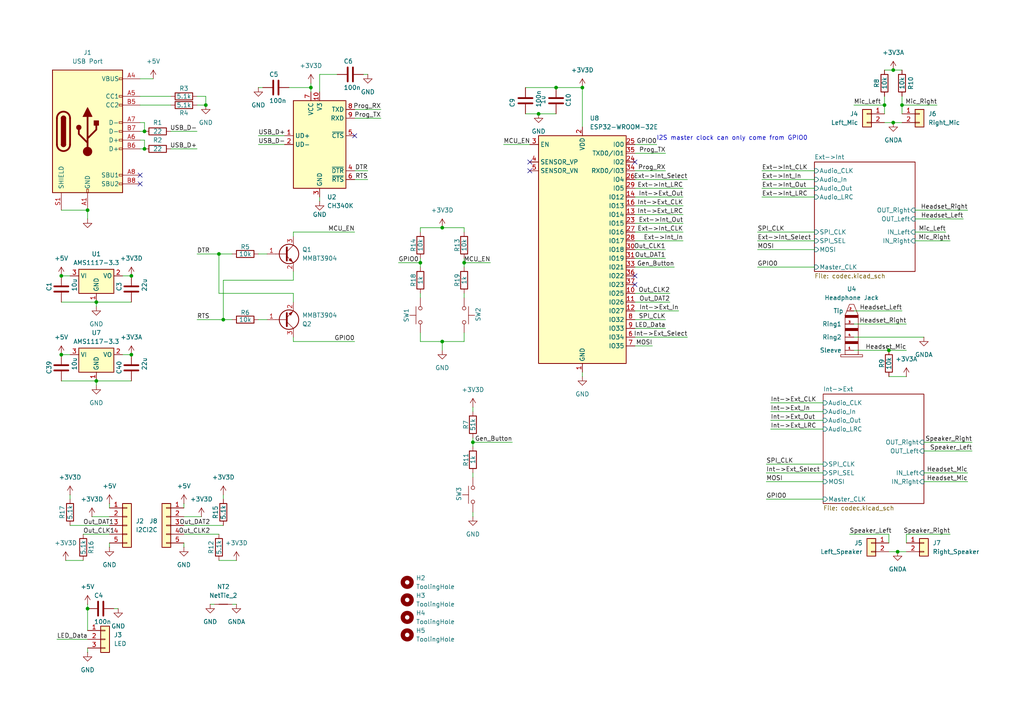
<source format=kicad_sch>
(kicad_sch (version 20250114) (generator "eeschema") (generator_version "9.0")
  (paper "A4")
  (lib_symbols
    (symbol "Connector:USB_C_Receptacle_USB2.0_16P" (pin_names (offset 1.016))
      (property "Reference" "J" (at 0 22.225 0))
      (property "Value" "USB_C_Receptacle_USB2.0_16P" (at 0 19.685 0))
      (symbol "USB_C_Receptacle_USB2.0_16P_1_1"
        (pin passive line (at -7.62 -22.86 90) (length 5.08) (name "SHIELD") (number "S1"))
        (pin passive line (at 0 -22.86 90) (length 5.08) (name "GND") (number "A1"))
        (pin passive line (at 0 -22.86 90) (length 5.08) (hide yes) (name "GND") (number "A12"))
        (pin passive line (at 0 -22.86 90) (length 5.08) (hide yes) (name "GND") (number "B1"))
        (pin passive line (at 0 -22.86 90) (length 5.08) (hide yes) (name "GND") (number "B12"))
        (pin passive line (at 15.24 15.24 180) (length 5.08) (name "VBUS") (number "A4"))
        (pin passive line (at 15.24 15.24 180) (length 5.08) (hide yes) (name "VBUS") (number "A9"))
        (pin passive line (at 15.24 15.24 180) (length 5.08) (hide yes) (name "VBUS") (number "B4"))
        (pin passive line (at 15.24 15.24 180) (length 5.08) (hide yes) (name "VBUS") (number "B9"))
        (pin bidirectional line (at 15.24 10.16 180) (length 5.08) (name "CC1") (number "A5"))
        (pin bidirectional line (at 15.24 7.62 180) (length 5.08) (name "CC2") (number "B5"))
        (pin bidirectional line (at 15.24 2.54 180) (length 5.08) (name "D-") (number "A7"))
        (pin bidirectional line (at 15.24 0 180) (length 5.08) (name "D-") (number "B7"))
        (pin bidirectional line (at 15.24 -2.54 180) (length 5.08) (name "D+") (number "A6"))
        (pin bidirectional line (at 15.24 -5.08 180) (length 5.08) (name "D+") (number "B6"))
        (pin bidirectional line (at 15.24 -12.7 180) (length 5.08) (name "SBU1") (number "A8"))
        (pin bidirectional line (at 15.24 -15.24 180) (length 5.08) (name "SBU2") (number "B8"))
      )
    )
    (symbol "Connector_Generic:Conn_01x02" (pin_names (offset 1.016) (hide yes))
      (property "Reference" "J" (at 0 2.54 0))
      (property "Value" "Conn_01x02" (at 0 -5.08 0))
      (symbol "Conn_01x02_1_1"
        (pin passive line (at -5.08 0 0) (length 3.81) (name "Pin_1") (number "1"))
        (pin passive line (at -5.08 -2.54 0) (length 3.81) (name "Pin_2") (number "2"))
      )
    )
    (symbol "Connector_Generic:Conn_01x03" (pin_names (offset 1.016) (hide yes))
      (property "Reference" "J" (at 0 5.08 0))
      (property "Value" "Conn_01x03" (at 0 -5.08 0))
      (symbol "Conn_01x03_1_1"
        (pin passive line (at -5.08 2.54 0) (length 3.81) (name "Pin_1") (number "1"))
        (pin passive line (at -5.08 0 0) (length 3.81) (name "Pin_2") (number "2"))
        (pin passive line (at -5.08 -2.54 0) (length 3.81) (name "Pin_3") (number "3"))
      )
    )
    (symbol "Connector_Generic:Conn_01x05" (pin_names (offset 1.016) (hide yes))
      (property "Reference" "J" (at 0 7.62 0))
      (property "Value" "Conn_01x05" (at 0 -7.62 0))
      (symbol "Conn_01x05_1_1"
        (pin passive line (at -5.08 5.08 0) (length 3.81) (name "Pin_1") (number "1"))
        (pin passive line (at -5.08 2.54 0) (length 3.81) (name "Pin_2") (number "2"))
        (pin passive line (at -5.08 0 0) (length 3.81) (name "Pin_3") (number "3"))
        (pin passive line (at -5.08 -2.54 0) (length 3.81) (name "Pin_4") (number "4"))
        (pin passive line (at -5.08 -5.08 0) (length 3.81) (name "Pin_5") (number "5"))
      )
    )
    (symbol "Device:C" (pin_numbers (hide yes)) (pin_names (offset 0.254))
      (property "Reference" "C" (at 0.635 2.54 0))
      (property "Value" "C" (at 0.635 -2.54 0))
      (symbol "C_1_1"
        (pin passive line (at 0 3.81 270) (length 2.794) (name "~") (number "1"))
        (pin passive line (at 0 -3.81 90) (length 2.794) (name "~") (number "2"))
      )
    )
    (symbol "Device:NetTie_2" (pin_numbers (hide yes)) (pin_names (offset 0) (hide yes)) (in_bom no)
      (property "Reference" "NT" (at 0 1.27 0))
      (property "Value" "NetTie_2" (at 0 -1.27 0))
      (symbol "NetTie_2_1_1"
        (pin passive line (at -2.54 0 0) (length 2.54) (name "1") (number "1"))
        (pin passive line (at 2.54 0 180) (length 2.54) (name "2") (number "2"))
      )
    )
    (symbol "Device:R" (pin_numbers (hide yes)) (pin_names (offset 0))
      (property "Reference" "R" (at 2.032 0 90))
      (property "Value" "R" (at 0 0 90))
      (symbol "R_1_1"
        (pin passive line (at 0 3.81 270) (length 1.27) (name "~") (number "1"))
        (pin passive line (at 0 -3.81 90) (length 1.27) (name "~") (number "2"))
      )
    )
    (symbol "Interface_USB:CH340K"
      (property "Reference" "U" (at -6.858 13.97 0))
      (property "Value" "CH340K" (at 1.27 13.97 0))
      (symbol "CH340K_1_0"
        (pin passive line (at 0 -15.24 90) (length 2.54) (hide yes) (name "GND") (number "11"))
      )
      (symbol "CH340K_1_1"
        (pin bidirectional line (at -10.16 2.54 0) (length 2.54) (name "UD+") (number "1"))
        (pin bidirectional line (at -10.16 0 0) (length 2.54) (name "UD-") (number "2"))
        (pin power_in line (at -2.54 15.24 270) (length 2.54) (name "VCC") (number "7"))
        (pin passive line (at 0 15.24 270) (length 2.54) (name "V3") (number "10"))
        (pin power_in line (at 0 -15.24 90) (length 2.54) (name "GND") (number "3"))
        (pin output line (at 10.16 10.16 180) (length 2.54) (name "TXD") (number "8"))
        (pin input line (at 10.16 7.62 180) (length 2.54) (name "RXD") (number "9"))
        (pin input line (at 10.16 2.54 180) (length 2.54) (name "~{CTS}") (number "5"))
        (pin output line (at 10.16 -7.62 180) (length 2.54) (name "~{DTR}") (number "4"))
        (pin output line (at 10.16 -10.16 180) (length 2.54) (name "~{RTS}") (number "6"))
      )
    )
    (symbol "Mechanical:MountingHole" (pin_names (offset 1.016)) (in_bom no)
      (property "Reference" "H" (at 0 5.08 0))
      (property "Value" "MountingHole" (at 0 3.175 0))
    )
    (symbol "PJ-320A_Library:PJ-320A" (pin_names (offset 1.016))
      (property "Reference" "U" (at 0 -1.905 0))
      (property "Value" "PJ-320A" (at 0 0 0))
      (symbol "PJ-320A_1_1"
        (pin bidirectional line (at 0.635 14.605 180) (length 2.0066) (name "Tip") (number "2"))
        (pin bidirectional line (at 0.635 10.795 180) (length 2.54) (name "Ring1") (number "3"))
        (pin bidirectional line (at 0.635 6.985 180) (length 2.54) (name "Ring2") (number "4"))
        (pin bidirectional line (at 0.635 3.175 180) (length 2.54) (name "Sleeve") (number "1"))
      )
    )
    (symbol "RF_Module:ESP32-WROOM-32E"
      (property "Reference" "U" (at -12.7 34.29 0))
      (property "Value" "ESP32-WROOM-32E" (at 1.27 34.29 0))
      (symbol "ESP32-WROOM-32E_1_1"
        (pin input line (at -15.24 30.48 0) (length 2.54) (name "EN") (number "3"))
        (pin input line (at -15.24 25.4 0) (length 2.54) (name "SENSOR_VP") (number "4"))
        (pin input line (at -15.24 22.86 0) (length 2.54) (name "SENSOR_VN") (number "5"))
        (pin no_connect line (at -12.7 0 0) (length 2.54) (hide yes) (name "NC") (number "21"))
        (pin no_connect line (at -12.7 -2.54 0) (length 2.54) (hide yes) (name "NC") (number "22"))
        (pin no_connect line (at -12.7 -5.08 0) (length 2.54) (hide yes) (name "NC") (number "17"))
        (pin no_connect line (at -12.7 -7.62 0) (length 2.54) (hide yes) (name "NC") (number "18"))
        (pin no_connect line (at -12.7 -10.16 0) (length 2.54) (hide yes) (name "NC") (number "20"))
        (pin no_connect line (at -12.7 -12.7 0) (length 2.54) (hide yes) (name "NC") (number "19"))
        (pin no_connect line (at -12.7 -27.94 0) (length 2.54) (hide yes) (name "NC") (number "32"))
        (pin power_in line (at 0 35.56 270) (length 2.54) (name "VDD") (number "2"))
        (pin power_in line (at 0 -35.56 90) (length 2.54) (name "GND") (number "1"))
        (pin passive line (at 0 -35.56 90) (length 2.54) (hide yes) (name "GND") (number "15"))
        (pin passive line (at 0 -35.56 90) (length 2.54) (hide yes) (name "GND") (number "38"))
        (pin passive line (at 0 -35.56 90) (length 2.54) (hide yes) (name "GND") (number "39"))
        (pin bidirectional line (at 15.24 30.48 180) (length 2.54) (name "IO0") (number "25"))
        (pin bidirectional line (at 15.24 27.94 180) (length 2.54) (name "TXD0/IO1") (number "35"))
        (pin bidirectional line (at 15.24 25.4 180) (length 2.54) (name "IO2") (number "24"))
        (pin bidirectional line (at 15.24 22.86 180) (length 2.54) (name "RXD0/IO3") (number "34"))
        (pin bidirectional line (at 15.24 20.32 180) (length 2.54) (name "IO4") (number "26"))
        (pin bidirectional line (at 15.24 17.78 180) (length 2.54) (name "IO5") (number "29"))
        (pin bidirectional line (at 15.24 15.24 180) (length 2.54) (name "IO12") (number "14"))
        (pin bidirectional line (at 15.24 12.7 180) (length 2.54) (name "IO13") (number "16"))
        (pin bidirectional line (at 15.24 10.16 180) (length 2.54) (name "IO14") (number "13"))
        (pin bidirectional line (at 15.24 7.62 180) (length 2.54) (name "IO15") (number "23"))
        (pin bidirectional line (at 15.24 5.08 180) (length 2.54) (name "IO16") (number "27"))
        (pin bidirectional line (at 15.24 2.54 180) (length 2.54) (name "IO17") (number "28"))
        (pin bidirectional line (at 15.24 0 180) (length 2.54) (name "IO18") (number "30"))
        (pin bidirectional line (at 15.24 -2.54 180) (length 2.54) (name "IO19") (number "31"))
        (pin bidirectional line (at 15.24 -5.08 180) (length 2.54) (name "IO21") (number "33"))
        (pin bidirectional line (at 15.24 -7.62 180) (length 2.54) (name "IO22") (number "36"))
        (pin bidirectional line (at 15.24 -10.16 180) (length 2.54) (name "IO23") (number "37"))
        (pin bidirectional line (at 15.24 -12.7 180) (length 2.54) (name "IO25") (number "10"))
        (pin bidirectional line (at 15.24 -15.24 180) (length 2.54) (name "IO26") (number "11"))
        (pin bidirectional line (at 15.24 -17.78 180) (length 2.54) (name "IO27") (number "12"))
        (pin bidirectional line (at 15.24 -20.32 180) (length 2.54) (name "IO32") (number "8"))
        (pin bidirectional line (at 15.24 -22.86 180) (length 2.54) (name "IO33") (number "9"))
        (pin input line (at 15.24 -25.4 180) (length 2.54) (name "IO34") (number "6"))
        (pin input line (at 15.24 -27.94 180) (length 2.54) (name "IO35") (number "7"))
      )
    )
    (symbol "Regulator_Linear:AMS1117-3.3"
      (property "Reference" "U" (at -3.81 3.175 0))
      (property "Value" "AMS1117-3.3" (at 0 3.175 0))
      (symbol "AMS1117-3.3_1_1"
        (pin power_in line (at -7.62 0 0) (length 2.54) (name "VI") (number "3"))
        (pin power_in line (at 0 -7.62 90) (length 2.54) (name "GND") (number "1"))
        (pin power_out line (at 7.62 0 180) (length 2.54) (name "VO") (number "2"))
      )
    )
    (symbol "Switch:SW_Push" (pin_numbers (hide yes)) (pin_names (offset 1.016) (hide yes))
      (property "Reference" "SW" (at 1.27 2.54 0))
      (property "Value" "SW_Push" (at 0 -1.524 0))
      (symbol "SW_Push_0_1"
        (pin passive line (at -5.08 0 0) (length 2.54) (name "1") (number "1"))
        (pin passive line (at 5.08 0 180) (length 2.54) (name "2") (number "2"))
      )
    )
    (symbol "Transistor_BJT:MMBT3904" (pin_names (offset 0) (hide yes))
      (property "Reference" "Q" (at 5.08 1.905 0))
      (property "Value" "MMBT3904" (at 5.08 0 0))
      (symbol "MMBT3904_1_1"
        (pin input line (at -5.08 0 0) (length 2.54) (name "B") (number "1"))
        (pin passive line (at 2.54 5.08 270) (length 2.54) (name "C") (number "3"))
        (pin passive line (at 2.54 -5.08 90) (length 2.54) (name "E") (number "2"))
      )
    )
    (symbol "power:+3V3" (power) (pin_numbers (hide yes)) (pin_names (offset 0) (hide yes))
      (property "Value" "+3V3" (at 0 3.556 0))
      (symbol "+3V3_1_1"
        (pin power_in line (at 0 0 90) (length 0) (name "~") (number "1"))
      )
    )
    (symbol "power:+5V" (power) (pin_numbers (hide yes)) (pin_names (offset 0) (hide yes))
      (property "Value" "+5V" (at 0 3.556 0))
      (symbol "+5V_1_1"
        (pin power_in line (at 0 0 90) (length 0) (name "~") (number "1"))
      )
    )
    (symbol "power:GND" (power) (pin_numbers (hide yes)) (pin_names (offset 0) (hide yes))
      (property "Value" "GND" (at 0 -3.81 0))
      (symbol "GND_1_1"
        (pin power_in line (at 0 0 270) (length 0) (name "~") (number "1"))
      )
    )
    (symbol "power:GNDA" (power) (pin_numbers (hide yes)) (pin_names (offset 0) (hide yes))
      (property "Value" "GNDA" (at 0 -3.81 0))
      (symbol "GNDA_1_1"
        (pin power_in line (at 0 0 270) (length 0) (name "~") (number "1"))
      )
    )
  )
  (text "I2S master clock can only come from GPIO0" (at 212.344 40.132 0) (effects (font (size 1.27 1.27))))
  (junction (at 27.94 87.63))
  (junction (at 259.08 20.32))
  (junction (at 259.08 35.56))
  (junction (at 260.35 160.02))
  (junction (at 41.91 43.18))
  (junction (at 128.27 99.06))
  (junction (at 64.77 92.71))
  (junction (at 261.62 30.48))
  (junction (at 59.69 30.48))
  (junction (at 256.54 30.48))
  (junction (at 38.1 80.01))
  (junction (at 90.17 25.4))
  (junction (at 128.27 66.04))
  (junction (at 27.94 110.49))
  (junction (at 161.29 25.4))
  (junction (at 168.91 25.4))
  (junction (at 17.78 102.87))
  (junction (at 41.91 38.1))
  (junction (at 63.5 73.66))
  (junction (at 121.92 76.2))
  (junction (at 257.81 101.6))
  (junction (at 156.21 33.02))
  (junction (at 25.4 60.96))
  (junction (at 38.1 102.87))
  (junction (at 134.62 76.2))
  (junction (at 17.78 80.01))
  (junction (at 137.16 128.27))
  (junction (at 25.4 176.53))
  (no_connect (at 102.87 39.37))
  (no_connect (at 184.15 82.55))
  (no_connect (at 40.64 50.8))
  (no_connect (at 153.67 49.53))
  (no_connect (at 184.15 80.01))
  (no_connect (at 40.64 53.34))
  (no_connect (at 153.67 46.99))
  (no_connect (at 184.15 46.99))
  (wire (pts (xy 53.34 154.94) (xy 63.5 154.94)))
  (wire (pts (xy 247.65 30.48) (xy 256.54 30.48)))
  (wire (pts (xy 137.16 137.16) (xy 137.16 138.43)))
  (wire (pts (xy 193.04 72.39) (xy 184.15 72.39)))
  (wire (pts (xy 27.94 111.76) (xy 27.94 110.49)))
  (wire (pts (xy 24.13 154.94) (xy 31.75 154.94)))
  (wire (pts (xy 64.77 81.28) (xy 64.77 92.71)))
  (wire (pts (xy 246.38 154.94) (xy 257.81 154.94)))
  (wire (pts (xy 102.87 52.07) (xy 106.68 52.07)))
  (wire (pts (xy 193.04 95.25) (xy 184.15 95.25)))
  (wire (pts (xy 128.27 99.06) (xy 128.27 101.6)))
  (wire (pts (xy 59.69 27.94) (xy 59.69 30.48)))
  (wire (pts (xy 25.4 175.26) (xy 25.4 176.53)))
  (wire (pts (xy 265.43 60.96) (xy 280.67 60.96)))
  (wire (pts (xy 260.35 160.02) (xy 262.89 160.02)))
  (wire (pts (xy 85.09 67.31) (xy 85.09 68.58)))
  (wire (pts (xy 20.32 152.4) (xy 31.75 152.4)))
  (wire (pts (xy 265.43 63.5) (xy 279.4 63.5)))
  (wire (pts (xy 134.62 86.36) (xy 134.62 85.09)))
  (wire (pts (xy 40.64 35.56) (xy 41.91 35.56)))
  (wire (pts (xy 53.34 152.4) (xy 64.77 152.4)))
  (wire (pts (xy 199.39 52.07) (xy 184.15 52.07)))
  (wire (pts (xy 128.27 99.06) (xy 134.62 99.06)))
  (wire (pts (xy 27.94 88.9) (xy 27.94 87.63)))
  (wire (pts (xy 121.92 96.52) (xy 121.92 99.06)))
  (wire (pts (xy 223.52 121.92) (xy 238.76 121.92)))
  (wire (pts (xy 220.98 54.61) (xy 236.22 54.61)))
  (wire (pts (xy 58.42 149.86) (xy 53.34 149.86)))
  (wire (pts (xy 222.25 134.62) (xy 238.76 134.62)))
  (wire (pts (xy 17.78 60.96) (xy 25.4 60.96)))
  (wire (pts (xy 256.54 35.56) (xy 259.08 35.56)))
  (wire (pts (xy 261.62 27.94) (xy 261.62 30.48)))
  (wire (pts (xy 57.15 92.71) (xy 64.77 92.71)))
  (wire (pts (xy 134.62 66.04) (xy 134.62 67.31)))
  (wire (pts (xy 24.13 162.56) (xy 19.05 162.56)))
  (wire (pts (xy 257.81 101.6) (xy 247.65 101.6)))
  (wire (pts (xy 219.71 67.31) (xy 236.22 67.31)))
  (wire (pts (xy 17.78 87.63) (xy 27.94 87.63)))
  (wire (pts (xy 262.89 101.6) (xy 257.81 101.6)))
  (wire (pts (xy 196.85 90.17) (xy 184.15 90.17)))
  (wire (pts (xy 40.64 30.48) (xy 49.53 30.48)))
  (wire (pts (xy 121.92 99.06) (xy 128.27 99.06)))
  (wire (pts (xy 261.62 30.48) (xy 261.62 33.02)))
  (wire (pts (xy 198.12 59.69) (xy 184.15 59.69)))
  (wire (pts (xy 16.51 185.42) (xy 25.4 185.42)))
  (wire (pts (xy 41.91 35.56) (xy 41.91 38.1)))
  (wire (pts (xy 184.15 44.45) (xy 193.04 44.45)))
  (wire (pts (xy 222.25 137.16) (xy 238.76 137.16)))
  (wire (pts (xy 193.04 92.71) (xy 184.15 92.71)))
  (wire (pts (xy 220.98 57.15) (xy 236.22 57.15)))
  (wire (pts (xy 97.79 21.59) (xy 92.71 21.59)))
  (wire (pts (xy 41.91 40.64) (xy 41.91 43.18)))
  (wire (pts (xy 40.64 43.18) (xy 41.91 43.18)))
  (wire (pts (xy 27.94 87.63) (xy 38.1 87.63)))
  (wire (pts (xy 256.54 20.32) (xy 259.08 20.32)))
  (wire (pts (xy 256.54 27.94) (xy 256.54 30.48)))
  (wire (pts (xy 134.62 77.47) (xy 134.62 76.2)))
  (wire (pts (xy 44.45 22.86) (xy 40.64 22.86)))
  (wire (pts (xy 40.64 40.64) (xy 41.91 40.64)))
  (wire (pts (xy 257.81 109.22) (xy 262.89 109.22)))
  (wire (pts (xy 168.91 36.83) (xy 168.91 25.4)))
  (wire (pts (xy 134.62 76.2) (xy 142.24 76.2)))
  (wire (pts (xy 102.87 67.31) (xy 85.09 67.31)))
  (wire (pts (xy 85.09 81.28) (xy 64.77 81.28)))
  (wire (pts (xy 219.71 77.47) (xy 236.22 77.47)))
  (wire (pts (xy 83.82 25.4) (xy 90.17 25.4)))
  (wire (pts (xy 59.69 30.48) (xy 57.15 30.48)))
  (wire (pts (xy 134.62 74.93) (xy 134.62 76.2)))
  (wire (pts (xy 57.15 73.66) (xy 63.5 73.66)))
  (wire (pts (xy 53.34 158.75) (xy 53.34 157.48)))
  (wire (pts (xy 194.31 87.63) (xy 184.15 87.63)))
  (wire (pts (xy 220.98 52.07) (xy 236.22 52.07)))
  (wire (pts (xy 152.4 33.02) (xy 156.21 33.02)))
  (wire (pts (xy 121.92 77.47) (xy 121.92 76.2)))
  (wire (pts (xy 275.59 154.94) (xy 262.89 154.94)))
  (wire (pts (xy 102.87 99.06) (xy 85.09 99.06)))
  (wire (pts (xy 85.09 85.09) (xy 63.5 85.09)))
  (wire (pts (xy 137.16 127) (xy 137.16 128.27)))
  (wire (pts (xy 199.39 97.79) (xy 184.15 97.79)))
  (wire (pts (xy 60.96 175.26) (xy 62.23 175.26)))
  (wire (pts (xy 49.53 38.1) (xy 57.15 38.1)))
  (wire (pts (xy 275.59 69.85) (xy 265.43 69.85)))
  (wire (pts (xy 280.67 139.7) (xy 267.97 139.7)))
  (wire (pts (xy 223.52 116.84) (xy 238.76 116.84)))
  (wire (pts (xy 261.62 90.17) (xy 247.65 90.17)))
  (wire (pts (xy 57.15 27.94) (xy 59.69 27.94)))
  (wire (pts (xy 219.71 72.39) (xy 236.22 72.39)))
  (wire (pts (xy 247.65 97.79) (xy 267.97 97.79)))
  (wire (pts (xy 148.59 128.27) (xy 137.16 128.27)))
  (wire (pts (xy 222.25 139.7) (xy 238.76 139.7)))
  (wire (pts (xy 121.92 74.93) (xy 121.92 76.2)))
  (wire (pts (xy 74.93 39.37) (xy 82.55 39.37)))
  (wire (pts (xy 137.16 149.86) (xy 137.16 148.59)))
  (wire (pts (xy 17.78 110.49) (xy 27.94 110.49)))
  (wire (pts (xy 92.71 21.59) (xy 92.71 26.67)))
  (wire (pts (xy 110.49 34.29) (xy 102.87 34.29)))
  (wire (pts (xy 198.12 67.31) (xy 184.15 67.31)))
  (wire (pts (xy 74.93 92.71) (xy 77.47 92.71)))
  (wire (pts (xy 63.5 73.66) (xy 67.31 73.66)))
  (wire (pts (xy 90.17 24.13) (xy 90.17 25.4)))
  (wire (pts (xy 259.08 20.32) (xy 261.62 20.32)))
  (wire (pts (xy 137.16 118.11) (xy 137.16 119.38)))
  (wire (pts (xy 17.78 80.01) (xy 20.32 80.01)))
  (wire (pts (xy 128.27 66.04) (xy 134.62 66.04)))
  (wire (pts (xy 25.4 63.5) (xy 25.4 60.96)))
  (wire (pts (xy 256.54 30.48) (xy 256.54 33.02)))
  (wire (pts (xy 271.78 30.48) (xy 261.62 30.48)))
  (wire (pts (xy 223.52 119.38) (xy 238.76 119.38)))
  (wire (pts (xy 184.15 49.53) (xy 193.04 49.53)))
  (wire (pts (xy 220.98 49.53) (xy 236.22 49.53)))
  (wire (pts (xy 274.32 67.31) (xy 265.43 67.31)))
  (wire (pts (xy 20.32 143.51) (xy 20.32 144.78)))
  (wire (pts (xy 257.81 154.94) (xy 257.81 157.48)))
  (wire (pts (xy 262.89 154.94) (xy 262.89 157.48)))
  (wire (pts (xy 31.75 146.05) (xy 31.75 147.32)))
  (wire (pts (xy 92.71 58.42) (xy 92.71 57.15)))
  (wire (pts (xy 110.49 31.75) (xy 102.87 31.75)))
  (wire (pts (xy 67.31 92.71) (xy 64.77 92.71)))
  (wire (pts (xy 219.71 69.85) (xy 236.22 69.85)))
  (wire (pts (xy 152.4 25.4) (xy 161.29 25.4)))
  (wire (pts (xy 85.09 78.74) (xy 85.09 81.28)))
  (wire (pts (xy 53.34 146.05) (xy 53.34 147.32)))
  (wire (pts (xy 168.91 25.4) (xy 161.29 25.4)))
  (wire (pts (xy 85.09 87.63) (xy 85.09 85.09)))
  (wire (pts (xy 156.21 33.02) (xy 161.29 33.02)))
  (wire (pts (xy 26.67 149.86) (xy 31.75 149.86)))
  (wire (pts (xy 63.5 85.09) (xy 63.5 73.66)))
  (wire (pts (xy 25.4 176.53) (xy 25.4 182.88)))
  (wire (pts (xy 198.12 69.85) (xy 184.15 69.85)))
  (wire (pts (xy 198.12 54.61) (xy 184.15 54.61)))
  (wire (pts (xy 27.94 110.49) (xy 38.1 110.49)))
  (wire (pts (xy 222.25 144.78) (xy 238.76 144.78)))
  (wire (pts (xy 198.12 64.77) (xy 184.15 64.77)))
  (wire (pts (xy 281.94 128.27) (xy 267.97 128.27)))
  (wire (pts (xy 267.97 137.16) (xy 280.67 137.16)))
  (wire (pts (xy 259.08 35.56) (xy 261.62 35.56)))
  (wire (pts (xy 38.1 102.87) (xy 35.56 102.87)))
  (wire (pts (xy 281.94 130.81) (xy 267.97 130.81)))
  (wire (pts (xy 49.53 27.94) (xy 40.64 27.94)))
  (wire (pts (xy 134.62 96.52) (xy 134.62 99.06)))
  (wire (pts (xy 90.17 25.4) (xy 90.17 26.67)))
  (wire (pts (xy 25.4 189.23) (xy 25.4 187.96)))
  (wire (pts (xy 74.93 41.91) (xy 82.55 41.91)))
  (wire (pts (xy 85.09 99.06) (xy 85.09 97.79)))
  (wire (pts (xy 74.93 73.66) (xy 77.47 73.66)))
  (wire (pts (xy 121.92 66.04) (xy 128.27 66.04)))
  (wire (pts (xy 115.57 76.2) (xy 121.92 76.2)))
  (wire (pts (xy 17.78 102.87) (xy 20.32 102.87)))
  (wire (pts (xy 63.5 162.56) (xy 68.58 162.56)))
  (wire (pts (xy 106.68 21.59) (xy 105.41 21.59)))
  (wire (pts (xy 223.52 124.46) (xy 238.76 124.46)))
  (wire (pts (xy 31.75 158.75) (xy 31.75 157.48)))
  (wire (pts (xy 198.12 62.23) (xy 184.15 62.23)))
  (wire (pts (xy 68.58 175.26) (xy 67.31 175.26)))
  (wire (pts (xy 189.23 100.33) (xy 184.15 100.33)))
  (wire (pts (xy 146.05 41.91) (xy 153.67 41.91)))
  (wire (pts (xy 34.29 176.53) (xy 33.02 176.53)))
  (wire (pts (xy 40.64 38.1) (xy 41.91 38.1)))
  (wire (pts (xy 168.91 109.22) (xy 168.91 107.95)))
  (wire (pts (xy 49.53 43.18) (xy 57.15 43.18)))
  (wire (pts (xy 74.93 25.4) (xy 76.2 25.4)))
  (wire (pts (xy 194.31 85.09) (xy 184.15 85.09)))
  (wire (pts (xy 195.58 77.47) (xy 184.15 77.47)))
  (wire (pts (xy 262.89 93.98) (xy 247.65 93.98)))
  (wire (pts (xy 38.1 80.01) (xy 35.56 80.01)))
  (wire (pts (xy 193.04 74.93) (xy 184.15 74.93)))
  (wire (pts (xy 257.81 160.02) (xy 260.35 160.02)))
  (wire (pts (xy 121.92 86.36) (xy 121.92 85.09)))
  (wire (pts (xy 137.16 128.27) (xy 137.16 129.54)))
  (wire (pts (xy 121.92 66.04) (xy 121.92 67.31)))
  (wire (pts (xy 198.12 57.15) (xy 184.15 57.15)))
  (wire (pts (xy 190.5 41.91) (xy 184.15 41.91)))
  (wire (pts (xy 102.87 49.53) (xy 106.68 49.53)))
  (wire (pts (xy 64.77 143.51) (xy 64.77 144.78)))
  (label "LED_Data" (at 193.04 95.25 180))
  (label "RTS" (at 106.68 52.07 180))
  (label "Prog_RX" (at 110.49 31.75 180))
  (label "Int->Ext_In" (at 196.85 90.17 180))
  (label "Int->Ext_LRC" (at 223.52 124.46 0))
  (label "Int->Ext_Select" (at 199.39 97.79 180))
  (label "Headset_Right" (at 262.89 93.98 180))
  (label "SPI_CLK" (at 219.71 67.31 0))
  (label "GPIO0" (at 102.87 99.06 180))
  (label "Ext->Int_Select" (at 219.71 69.85 0))
  (label "USB_D+" (at 57.15 43.18 180))
  (label "MOSI" (at 222.25 139.7 0))
  (label "Prog_TX" (at 110.49 34.29 180))
  (label "Mic_Right" (at 271.78 30.48 180))
  (label "Speaker_Right" (at 281.94 128.27 180))
  (label "MCU_EN" (at 102.87 67.31 180))
  (label "Int->Ext_Out" (at 198.12 57.15 180))
  (label "Int->Ext_Out" (at 223.52 121.92 0))
  (label "Ext->Int_Out" (at 198.12 64.77 180))
  (label "Out_CLK1" (at 24.13 154.94 0))
  (label "Ext->Int_In" (at 220.98 52.07 0))
  (label "Gen_Button" (at 195.58 77.47 180))
  (label "Ext->Int_Out" (at 220.98 54.61 0))
  (label "SPI_CLK" (at 193.04 92.71 180))
  (label "GPIO0" (at 222.25 144.78 0))
  (label "Ext->Int_CLK" (at 220.98 49.53 0))
  (label "Out_DAT2" (at 194.31 87.63 180))
  (label "RTS" (at 57.15 92.71 0))
  (label "Ext->Int_CLK" (at 198.12 67.31 180))
  (label "GPIO0" (at 115.57 76.2 0))
  (label "GPIO0" (at 219.71 77.47 0))
  (label "Speaker_Left" (at 281.94 130.81 180))
  (label "MOSI" (at 219.71 72.39 0))
  (label "Ext->Int_Select" (at 199.39 52.07 180))
  (label "DTR" (at 106.68 49.53 180))
  (label "Gen_Button" (at 148.59 128.27 180))
  (label "USB_D-" (at 74.93 41.91 0))
  (label "Out_DAT2" (at 60.96 152.4 180))
  (label "Int->Ext_LRC" (at 198.12 62.23 180))
  (label "Mic_Right" (at 275.59 69.85 180))
  (label "Out_CLK2" (at 194.31 85.09 180))
  (label "Ext->Int_In" (at 198.12 69.85 180))
  (label "Out_CLK1" (at 193.04 72.39 180))
  (label "MCU_EN" (at 146.05 41.91 0))
  (label "Int->Ext_CLK" (at 223.52 116.84 0))
  (label "Speaker_Left" (at 246.38 154.94 0))
  (label "Int->Ext_CLK" (at 198.12 59.69 180))
  (label "GPIO0" (at 190.5 41.91 180))
  (label "Headset_Mic" (at 280.67 137.16 180))
  (label "Headset_Left" (at 261.62 90.17 180))
  (label "Mic_Left" (at 274.32 67.31 180))
  (label "Prog_TX" (at 193.04 44.45 180))
  (label "Prog_RX" (at 193.04 49.53 180))
  (label "Mic_Left" (at 247.65 30.48 0))
  (label "LED_Data" (at 16.51 185.42 0))
  (label "SPI_CLK" (at 222.25 134.62 0))
  (label "Out_CLK2" (at 60.96 154.94 180))
  (label "USB_D+" (at 74.93 39.37 0))
  (label "MCU_EN" (at 142.24 76.2 180))
  (label "Int->Ext_In" (at 223.52 119.38 0))
  (label "Headset_Mic" (at 280.67 139.7 180))
  (label "DTR" (at 57.15 73.66 0))
  (label "Headset_Mic" (at 262.89 101.6 180))
  (label "Int->Ext_Select" (at 222.25 137.16 0))
  (label "Out_DAT1" (at 24.13 152.4 0))
  (label "Out_DAT1" (at 193.04 74.93 180))
  (label "Headset_Right" (at 280.67 60.96 180))
  (label "USB_D-" (at 57.15 38.1 180))
  (label "Ext->Int_LRC" (at 220.98 57.15 0))
  (label "Headset_Left" (at 279.4 63.5 180))
  (label "MOSI" (at 189.23 100.33 180))
  (label "Speaker_Right" (at 275.59 154.94 180))
  (label "Ext->Int_LRC" (at 198.12 54.61 180))
  (symbol (lib_id "power:GND") (at 25.4 63.5 0) (unit 1)
    (property "Reference" "#PWR03" (effects (hide yes)))
    (property "Value" "GND" (effects (hide yes)))
    (property "Description" "Power symbol creates a global label with name \"GND\" , ground" (effects (hide yes)))
  )
  (symbol (lib_id "Regulator_Linear:AMS1117-3.3") (at 27.94 102.87 0) (unit 1)
    (property "Reference" "U7" (at 27.94 96.52 0))
    (property "Value" "AMS1117-3.3" (at 27.94 99.06 0))
    (property "Footprint" "Package_TO_SOT_SMD:SOT-223-3_TabPin2" (effects (hide yes)))
    (property "Datasheet" "http://www.advanced-monolithic.com/pdf/ds1117.pdf" (effects (hide yes)))
    (property "Description" "1A Low Dropout regulator, positive, 3.3V fixed output, SOT-223" (effects (hide yes)))
    (property "LCSC" "C6186" (effects (hide yes)))
  )
  (symbol (lib_id "power:GND") (at 59.69 30.48 0) (unit 1)
    (property "Reference" "#PWR012" (effects (hide yes)))
    (property "Value" "GND" (at 59.69 35.56 0))
    (property "Description" "Power symbol creates a global label with name \"GND\" , ground" (effects (hide yes)))
  )
  (symbol (lib_id "power:GND") (at 27.94 88.9 0) (unit 1)
    (property "Reference" "#PWR04" (effects (hide yes)))
    (property "Value" "GND" (at 27.94 93.98 0))
    (property "Description" "Power symbol creates a global label with name \"GND\" , ground" (effects (hide yes)))
  )
  (symbol (lib_id "Switch:SW_Push") (at 134.62 91.44 270) (mirror x) (unit 1)
    (property "Reference" "SW2" (at 138.684 89.154 0) (effects (justify right)))
    (property "Value" "SW_Push" (effects (hide yes)))
    (property "Footprint" "Button_Switch_SMD:SW_SPST_TS-1088-xR020" (effects (hide yes)))
    (property "Description" "Push button switch, generic, two pins" (effects (hide yes)))
    (property "LCSC" "C720477" (effects (hide yes)))
  )
  (symbol (lib_id "Device:C") (at 80.01 25.4 90) (unit 1)
    (property "Reference" "C5" (at 80.772 21.59 90) (effects (justify left)))
    (property "Value" "100n" (at 83.058 29.21 90) (effects (justify left)))
    (property "Footprint" "Capacitor_SMD:C_0402_1005Metric" (effects (hide yes)))
    (property "Description" "Unpolarized capacitor" (effects (hide yes)))
    (property "LCSC" "C307331" (effects (hide yes)))
  )
  (symbol (lib_id "Device:R") (at 134.62 71.12 180) (unit 1)
    (property "Reference" "R13" (at 132.588 71.12 90))
    (property "Value" "10k" (at 134.62 71.12 90))
    (property "Footprint" "Resistor_SMD:R_0402_1005Metric" (effects (hide yes)))
    (property "Description" "Resistor" (effects (hide yes)))
    (property "LCSC" "C25744" (effects (hide yes)))
  )
  (symbol (lib_id "Connector_Generic:Conn_01x02") (at 267.97 157.48 0) (unit 1)
    (property "Reference" "J7" (at 270.51 157.4799 0) (effects (justify left)))
    (property "Value" "Right_Speaker" (at 270.51 160.0199 0) (effects (justify left)))
    (property "Footprint" "Connector_JST:JST_EH_S2B-EH_1x02_P2.50mm_Horizontal" (effects (hide yes)))
    (property "Description" "Generic connector, single row, 01x02, script generated (kicad-library-utils/schlib/autogen/connector/)" (effects (hide yes)))
    (property "LCSC" "C514173" (effects (hide yes)))
  )
  (symbol (lib_id "power:GND") (at 27.94 111.76 0) (unit 1)
    (property "Reference" "#PWR061" (effects (hide yes)))
    (property "Value" "GND" (at 27.94 116.84 0))
    (property "Description" "Power symbol creates a global label with name \"GND\" , ground" (effects (hide yes)))
  )
  (symbol (lib_id "Device:R") (at 134.62 81.28 180) (unit 1)
    (property "Reference" "R19" (at 132.588 81.28 90))
    (property "Value" "1k" (at 134.62 81.28 90))
    (property "Footprint" "Resistor_SMD:R_0402_1005Metric" (effects (hide yes)))
    (property "Description" "Resistor" (effects (hide yes)))
    (property "LCSC" "C11702" (effects (hide yes)))
  )
  (symbol (lib_id "power:+5V") (at 44.45 22.86 0) (unit 1)
    (property "Reference" "#PWR09" (effects (hide yes)))
    (property "Value" "+5V" (at 44.45 17.78 0))
    (property "Description" "Power symbol creates a global label with name \"+5V\"" (effects (hide yes)))
  )
  (symbol (lib_id "power:GND") (at 168.91 109.22 0) (unit 1)
    (property "Reference" "#PWR015" (effects (hide yes)))
    (property "Value" "GND" (at 168.91 114.3 0))
    (property "Description" "Power symbol creates a global label with name \"GND\" , ground" (effects (hide yes)))
  )
  (symbol (lib_id "power:+3V3") (at 26.67 149.86 0) (unit 1)
    (property "Reference" "#PWR02" (effects (hide yes)))
    (property "Value" "+3V3D" (at 26.67 144.78 0))
    (property "Description" "Power symbol creates a global label with name \"+3V3\"" (effects (hide yes)))
  )
  (symbol (lib_id "PJ-320A_Library:PJ-320A") (at 247.015 104.775 0) (unit 1)
    (property "Reference" "U4" (at 247.015 83.82 0))
    (property "Value" "Headphone Jack" (at 247.015 86.36 0))
    (property "Footprint" "PJ-320A:PJ-320A" (effects (hide yes)))
    (property "LCSC" "C2884926" (effects (hide yes)))
  )
  (symbol (lib_id "power:+3V3") (at 68.58 162.56 0) (mirror y) (unit 1)
    (property "Reference" "#PWR07" (effects (hide yes)))
    (property "Value" "+3V3D" (at 68.58 157.48 0))
    (property "Description" "Power symbol creates a global label with name \"+3V3\"" (effects (hide yes)))
  )
  (symbol (lib_id "Device:R") (at 45.72 38.1 90) (unit 1)
    (property "Reference" "R1" (at 45.72 35.56 90))
    (property "Value" "22" (at 45.72 38.1 90))
    (property "Footprint" "Resistor_SMD:R_0402_1005Metric" (effects (hide yes)))
    (property "Description" "Resistor" (effects (hide yes)))
    (property "LCSC" "C25092" (effects (hide yes)))
  )
  (symbol (lib_id "Device:R") (at 64.77 148.59 180) (unit 1)
    (property "Reference" "R15" (at 62.484 148.59 90))
    (property "Value" "5.1k" (at 64.77 148.59 90))
    (property "Footprint" "Resistor_SMD:R_0402_1005Metric" (effects (hide yes)))
    (property "Description" "Resistor" (effects (hide yes)))
    (property "LCSC" "C25905" (effects (hide yes)))
  )
  (symbol (lib_id "Device:R") (at 71.12 92.71 90) (unit 1)
    (property "Reference" "R6" (at 71.12 90.678 90))
    (property "Value" "10k" (at 71.12 92.71 90))
    (property "Footprint" "Resistor_SMD:R_0402_1005Metric" (effects (hide yes)))
    (property "Description" "Resistor" (effects (hide yes)))
    (property "LCSC" "C25744" (effects (hide yes)))
  )
  (symbol (lib_id "power:+3V3") (at 259.08 20.32 0) (unit 1)
    (property "Reference" "#PWR029" (effects (hide yes)))
    (property "Value" "+3V3A" (at 259.08 15.24 0))
    (property "Description" "Power symbol creates a global label with name \"+3V3\"" (effects (hide yes)))
  )
  (symbol (lib_id "Device:C") (at 161.29 29.21 0) (unit 1)
    (property "Reference" "C10" (at 164.846 30.988 90) (effects (justify left)))
    (property "Value" "1u" (at 157.48 30.226 90) (effects (justify left)))
    (property "Footprint" "Capacitor_SMD:C_0603_1608Metric" (effects (hide yes)))
    (property "Description" "Unpolarized capacitor" (effects (hide yes)))
    (property "LCSC" "C15849" (effects (hide yes)))
  )
  (symbol (lib_id "power:GNDA") (at 259.08 35.56 0) (unit 1)
    (property "Reference" "#PWR030" (effects (hide yes)))
    (property "Value" "GNDA" (at 259.08 40.64 0))
    (property "Description" "Power symbol creates a global label with name \"GNDA\" , analog ground" (effects (hide yes)))
  )
  (symbol (lib_id "power:+3V3") (at 128.27 66.04 0) (unit 1)
    (property "Reference" "#PWR065" (effects (hide yes)))
    (property "Value" "+3V3D" (at 128.27 60.96 0))
    (property "Description" "Power symbol creates a global label with name \"+3V3\"" (effects (hide yes)))
  )
  (symbol (lib_id "Mechanical:MountingHole") (at 118.11 168.91 0) (unit 1) (in_bom no)
    (property "Reference" "H2" (at 120.65 167.6399 0) (effects (justify left)))
    (property "Value" "ToolingHole" (at 120.65 170.1799 0) (effects (justify left)))
    (property "Footprint" "MountingHole:ToolingHole_1.152mm" (effects (hide yes)))
    (property "Description" "Mounting Hole without connection" (effects (hide yes)))
  )
  (symbol (lib_id "power:GNDA") (at 267.97 97.79 0) (unit 1)
    (property "Reference" "#PWR033" (effects (hide yes)))
    (property "Value" "GNDA" (at 267.97 102.87 0))
    (property "Description" "Power symbol creates a global label with name \"GNDA\" , analog ground" (effects (hide yes)))
  )
  (symbol (lib_id "power:GNDA") (at 68.58 175.26 0) (unit 1)
    (property "Reference" "#PWR021" (effects (hide yes)))
    (property "Value" "GNDA" (at 68.58 180.34 0))
    (property "Description" "Power symbol creates a global label with name \"GNDA\" , analog ground" (effects (hide yes)))
  )
  (symbol (lib_id "Device:R") (at 20.32 148.59 180) (unit 1)
    (property "Reference" "R17" (at 18.034 148.59 90))
    (property "Value" "5.1k" (at 20.32 148.59 90))
    (property "Footprint" "Resistor_SMD:R_0402_1005Metric" (effects (hide yes)))
    (property "Description" "Resistor" (effects (hide yes)))
    (property "LCSC" "C25905" (effects (hide yes)))
  )
  (symbol (lib_id "Device:R") (at 137.16 133.35 180) (unit 1)
    (property "Reference" "R11" (at 135.128 133.35 90))
    (property "Value" "1k" (at 137.16 133.35 90))
    (property "Footprint" "Resistor_SMD:R_0402_1005Metric" (effects (hide yes)))
    (property "Description" "Resistor" (effects (hide yes)))
    (property "LCSC" "C11702" (effects (hide yes)))
  )
  (symbol (lib_id "Device:R") (at 53.34 30.48 90) (mirror x) (unit 1)
    (property "Reference" "R4" (at 53.34 32.766 90))
    (property "Value" "5.1k" (at 53.34 30.48 90))
    (property "Footprint" "Resistor_SMD:R_0402_1005Metric" (effects (hide yes)))
    (property "Description" "Resistor" (effects (hide yes)))
    (property "LCSC" "C25905" (effects (hide yes)))
  )
  (symbol (lib_id "power:+3V3") (at 90.17 24.13 0) (unit 1)
    (property "Reference" "#PWR016" (effects (hide yes)))
    (property "Value" "+3V3D" (at 90.17 19.05 0))
    (property "Description" "Power symbol creates a global label with name \"+3V3\"" (effects (hide yes)))
  )
  (symbol (lib_id "power:GND") (at 60.96 175.26 0) (unit 1)
    (property "Reference" "#PWR019" (effects (hide yes)))
    (property "Value" "GND" (at 60.96 180.34 0))
    (property "Description" "Power symbol creates a global label with name \"GND\" , ground" (effects (hide yes)))
  )
  (symbol (lib_id "power:+3V3") (at 64.77 143.51 0) (mirror y) (unit 1)
    (property "Reference" "#PWR056" (effects (hide yes)))
    (property "Value" "+3V3D" (at 64.77 138.43 0))
    (property "Description" "Power symbol creates a global label with name \"+3V3\"" (effects (hide yes)))
  )
  (symbol (lib_id "power:GND") (at 92.71 58.42 0) (unit 1)
    (property "Reference" "#PWR017" (effects (hide yes)))
    (property "Value" "GND" (at 92.71 62.23 0))
    (property "Description" "Power symbol creates a global label with name \"GND\" , ground" (effects (hide yes)))
  )
  (symbol (lib_id "Connector_Generic:Conn_01x02") (at 266.7 33.02 0) (unit 1)
    (property "Reference" "J6" (at 269.24 33.0199 0) (effects (justify left)))
    (property "Value" "Right_Mic" (at 269.24 35.5599 0) (effects (justify left)))
    (property "Footprint" "Connector_JST:JST_EH_S2B-EH_1x02_P2.50mm_Horizontal" (effects (hide yes)))
    (property "Description" "Generic connector, single row, 01x02, script generated (kicad-library-utils/schlib/autogen/connector/)" (effects (hide yes)))
    (property "LCSC" "C514173" (effects (hide yes)))
  )
  (symbol (lib_id "Device:R") (at 261.62 24.13 0) (mirror x) (unit 1)
    (property "Reference" "R10" (at 264.16 24.13 90))
    (property "Value" "10k" (at 261.62 24.13 90))
    (property "Footprint" "Resistor_SMD:R_0402_1005Metric" (effects (hide yes)))
    (property "Description" "Resistor" (effects (hide yes)))
    (property "LCSC" "C25744" (effects (hide yes)))
  )
  (symbol (lib_id "power:+5V") (at 53.34 146.05 0) (mirror y) (unit 1)
    (property "Reference" "#PWR027" (effects (hide yes)))
    (property "Value" "+5V" (at 53.34 140.97 0))
    (property "Description" "Power symbol creates a global label with name \"+5V\"" (effects (hide yes)))
  )
  (symbol (lib_id "power:GND") (at 25.4 189.23 0) (unit 1)
    (property "Reference" "#PWR011" (effects (hide yes)))
    (property "Value" "GND" (at 25.4 194.31 0))
    (property "Description" "Power symbol creates a global label with name \"GND\" , ground" (effects (hide yes)))
  )
  (symbol (lib_id "Device:R") (at 45.72 43.18 90) (unit 1)
    (property "Reference" "R2" (at 45.72 40.64 90))
    (property "Value" "22" (at 45.72 43.18 90))
    (property "Footprint" "Resistor_SMD:R_0402_1005Metric" (effects (hide yes)))
    (property "Description" "Resistor" (effects (hide yes)))
    (property "LCSC" "C25092" (effects (hide yes)))
  )
  (symbol (lib_id "power:GND") (at 31.75 158.75 0) (unit 1)
    (property "Reference" "#PWR06" (effects (hide yes)))
    (property "Value" "GND" (at 31.75 163.83 0))
    (property "Description" "Power symbol creates a global label with name \"GND\" , ground" (effects (hide yes)))
  )
  (symbol (lib_id "Device:R") (at 137.16 123.19 180) (unit 1)
    (property "Reference" "R7" (at 135.128 123.19 90))
    (property "Value" "51k" (at 137.16 123.19 90))
    (property "Footprint" "Resistor_SMD:R_0402_1005Metric" (effects (hide yes)))
    (property "Description" "Resistor" (effects (hide yes)))
    (property "LCSC" "C25794" (effects (hide yes)))
  )
  (symbol (lib_id "Device:C") (at 17.78 83.82 180) (unit 1)
    (property "Reference" "C1" (at 14.224 81.788 90) (effects (justify left)))
    (property "Value" "10u" (at 21.59 80.772 90) (effects (justify left)))
    (property "Footprint" "Capacitor_SMD:C_0603_1608Metric" (effects (hide yes)))
    (property "Description" "Unpolarized capacitor" (effects (hide yes)))
    (property "LCSC" "C19702" (effects (hide yes)))
  )
  (symbol (lib_id "Device:C") (at 17.78 106.68 180) (unit 1)
    (property "Reference" "C39" (at 14.224 104.648 90) (effects (justify left)))
    (property "Value" "10u" (at 21.59 103.632 90) (effects (justify left)))
    (property "Footprint" "Capacitor_SMD:C_0603_1608Metric" (effects (hide yes)))
    (property "Description" "Unpolarized capacitor" (effects (hide yes)))
    (property "LCSC" "C19702" (effects (hide yes)))
  )
  (symbol (lib_id "power:+5V") (at 25.4 175.26 0) (unit 1)
    (property "Reference" "#PWR010" (effects (hide yes)))
    (property "Value" "+5V" (at 25.4 170.18 0))
    (property "Description" "Power symbol creates a global label with name \"+5V\"" (effects (hide yes)))
  )
  (symbol (lib_id "Transistor_BJT:MMBT3904") (at 82.55 73.66 0) (unit 1)
    (property "Reference" "Q1" (at 87.63 72.3899 0) (effects (justify left)))
    (property "Value" "MMBT3904" (at 87.63 74.9299 0) (effects (justify left)))
    (property "Footprint" "Package_TO_SOT_SMD:SOT-23" (effects (hide yes)))
    (property "Datasheet" "https://www.onsemi.com/pdf/datasheet/pzt3904-d.pdf" (effects (hide yes)))
    (property "Description" "0.2A Ic, 40V Vce, Small Signal NPN Transistor, SOT-23" (effects (hide yes)))
    (property "LCSC" "C20526" (effects (hide yes)))
  )
  (symbol (lib_id "power:+3V3") (at 19.05 162.56 0) (unit 1)
    (property "Reference" "#PWR057" (effects (hide yes)))
    (property "Value" "+3V3D" (at 19.05 157.48 0))
    (property "Description" "Power symbol creates a global label with name \"+3V3\"" (effects (hide yes)))
  )
  (symbol (lib_id "power:+3V3") (at 262.89 109.22 0) (unit 1)
    (property "Reference" "#PWR032" (effects (hide yes)))
    (property "Value" "+3V3A" (at 262.89 104.14 0))
    (property "Description" "Power symbol creates a global label with name \"+3V3\"" (effects (hide yes)))
  )
  (symbol (lib_id "Device:NetTie_2") (at 64.77 175.26 0) (unit 1) (in_bom no)
    (property "Reference" "NT2" (at 64.77 170.18 0))
    (property "Value" "NetTie_2" (at 64.77 172.72 0))
    (property "Footprint" "NetTie:NetTie-2_SMD_Pad2.0mm" (effects (hide yes)))
    (property "Description" "Net tie, 2 pins" (effects (hide yes)))
  )
  (symbol (lib_id "Device:C") (at 38.1 83.82 180) (unit 1)
    (property "Reference" "C3" (at 34.544 81.788 90) (effects (justify left)))
    (property "Value" "22u" (at 41.91 80.772 90) (effects (justify left)))
    (property "Footprint" "Capacitor_SMD:C_0603_1608Metric" (effects (hide yes)))
    (property "Description" "Unpolarized capacitor" (effects (hide yes)))
    (property "LCSC" "C59461" (effects (hide yes)))
  )
  (symbol (lib_id "Device:R") (at 256.54 24.13 180) (unit 1)
    (property "Reference" "R8" (at 254.254 24.13 90))
    (property "Value" "10k" (at 256.54 24.13 90))
    (property "Footprint" "Resistor_SMD:R_0402_1005Metric" (effects (hide yes)))
    (property "Description" "Resistor" (effects (hide yes)))
    (property "LCSC" "C25744" (effects (hide yes)))
  )
  (symbol (lib_id "power:+5V") (at 31.75 146.05 0) (unit 1)
    (property "Reference" "#PWR05" (effects (hide yes)))
    (property "Value" "+5V" (at 31.75 140.97 0))
    (property "Description" "Power symbol creates a global label with name \"+5V\"" (effects (hide yes)))
  )
  (symbol (lib_id "power:+3V3") (at 38.1 102.87 0) (unit 1)
    (property "Reference" "#PWR062" (effects (hide yes)))
    (property "Value" "+3V3A" (at 38.1 97.79 0))
    (property "Description" "Power symbol creates a global label with name \"+3V3\"" (effects (hide yes)))
  )
  (symbol (lib_id "Connector:USB_C_Receptacle_USB2.0_16P") (at 25.4 38.1 0) (unit 1)
    (property "Reference" "J1" (at 25.4 15.24 0))
    (property "Value" "USB Port" (at 25.4 17.78 0))
    (property "Footprint" "Connector_USB:USB_C_Receptacle_GCT_USB4105-xx-A_16P_TopMnt_Horizontal" (effects (hide yes)))
    (property "Datasheet" "https://www.lcsc.com/datasheet/C2927038.pdf" (effects (hide yes)))
    (property "LCSC" "C2927038" (effects (hide yes)))
  )
  (symbol (lib_id "Device:C") (at 29.21 176.53 90) (unit 1)
    (property "Reference" "C4" (at 29.972 172.72 90) (effects (justify left)))
    (property "Value" "100n" (at 32.258 180.34 90) (effects (justify left)))
    (property "Footprint" "Capacitor_SMD:C_0402_1005Metric" (effects (hide yes)))
    (property "Description" "Unpolarized capacitor" (effects (hide yes)))
    (property "LCSC" "C307331" (effects (hide yes)))
  )
  (symbol (lib_id "RF_Module:ESP32-WROOM-32E") (at 168.91 72.39 0) (unit 1)
    (property "Reference" "U8" (at 171.0533 34.29 0) (effects (justify left)))
    (property "Value" "ESP32-WROOM-32E" (at 171.0533 36.83 0) (effects (justify left)))
    (property "Footprint" "RF_Module:ESP32-WROOM-32E" (effects (hide yes)))
    (property "Datasheet" "https://www.espressif.com/sites/default/files/documentation/esp32-wroom-32e_esp32-wroom-32ue_datasheet_en.pdf" (effects (hide yes)))
    (property "Description" "RF Module, ESP32-D0WD-V3 SoC, without PSRAM, Wi-Fi 802.11b/g/n, Bluetooth, BLE, 32-bit, 2.7-3.6V, onboard antenna, SMD" (effects (hide yes)))
    (property "LCSC" "C701342" (effects (hide yes)))
  )
  (symbol (lib_id "power:+3V3") (at 58.42 149.86 0) (mirror y) (unit 1)
    (property "Reference" "#PWR026" (effects (hide yes)))
    (property "Value" "+3V3D" (at 58.42 144.78 0))
    (property "Description" "Power symbol creates a global label with name \"+3V3\"" (effects (hide yes)))
  )
  (symbol (lib_id "Device:R") (at 121.92 71.12 180) (unit 1)
    (property "Reference" "R14" (at 119.888 71.12 90))
    (property "Value" "10k" (at 121.92 71.12 90))
    (property "Footprint" "Resistor_SMD:R_0402_1005Metric" (effects (hide yes)))
    (property "Description" "Resistor" (effects (hide yes)))
    (property "LCSC" "C25744" (effects (hide yes)))
  )
  (symbol (lib_id "power:+3V3") (at 137.16 118.11 0) (unit 1)
    (property "Reference" "#PWR023" (effects (hide yes)))
    (property "Value" "+3V3D" (at 137.16 113.03 0))
    (property "Description" "Power symbol creates a global label with name \"+3V3\"" (effects (hide yes)))
  )
  (symbol (lib_id "power:GND") (at 137.16 149.86 0) (unit 1)
    (property "Reference" "#PWR018" (effects (hide yes)))
    (property "Value" "GND" (at 137.16 154.94 0))
    (property "Description" "Power symbol creates a global label with name \"GND\" , ground" (effects (hide yes)))
  )
  (symbol (lib_id "Device:R") (at 257.81 105.41 180) (unit 1)
    (property "Reference" "R9" (at 255.778 105.41 90))
    (property "Value" "10k" (at 257.81 105.41 90))
    (property "Footprint" "Resistor_SMD:R_0402_1005Metric" (effects (hide yes)))
    (property "Description" "Resistor" (effects (hide yes)))
    (property "LCSC" "C25744" (effects (hide yes)))
  )
  (symbol (lib_id "power:+5V") (at 17.78 80.01 0) (unit 1)
    (property "Reference" "#PWR01" (effects (hide yes)))
    (property "Value" "+5V" (at 17.78 74.93 0))
    (property "Description" "Power symbol creates a global label with name \"+5V\"" (effects (hide yes)))
  )
  (symbol (lib_id "Device:C") (at 101.6 21.59 90) (unit 1)
    (property "Reference" "C6" (at 102.362 17.78 90) (effects (justify left)))
    (property "Value" "100n" (at 104.648 25.4 90) (effects (justify left)))
    (property "Footprint" "Capacitor_SMD:C_0402_1005Metric" (effects (hide yes)))
    (property "Description" "Unpolarized capacitor" (effects (hide yes)))
    (property "LCSC" "C307331" (effects (hide yes)))
  )
  (symbol (lib_id "Regulator_Linear:AMS1117-3.3") (at 27.94 80.01 0) (unit 1)
    (property "Reference" "U1" (at 27.94 73.66 0))
    (property "Value" "AMS1117-3.3" (at 27.94 76.2 0))
    (property "Footprint" "Package_TO_SOT_SMD:SOT-223-3_TabPin2" (effects (hide yes)))
    (property "Datasheet" "http://www.advanced-monolithic.com/pdf/ds1117.pdf" (effects (hide yes)))
    (property "Description" "1A Low Dropout regulator, positive, 3.3V fixed output, SOT-223" (effects (hide yes)))
    (property "LCSC" "C6186" (effects (hide yes)))
  )
  (symbol (lib_id "Transistor_BJT:MMBT3904") (at 82.55 92.71 0) (mirror x) (unit 1)
    (property "Reference" "Q2" (at 87.63 93.9801 0) (effects (justify left)))
    (property "Value" "MMBT3904" (at 87.63 91.4401 0) (effects (justify left)))
    (property "Footprint" "Package_TO_SOT_SMD:SOT-23" (effects (hide yes)))
    (property "Datasheet" "https://www.onsemi.com/pdf/datasheet/pzt3904-d.pdf" (effects (hide yes)))
    (property "Description" "0.2A Ic, 40V Vce, Small Signal NPN Transistor, SOT-23" (effects (hide yes)))
    (property "LCSC" "C20526" (effects (hide yes)))
  )
  (symbol (lib_id "power:GND") (at 53.34 158.75 0) (mirror y) (unit 1)
    (property "Reference" "#PWR028" (effects (hide yes)))
    (property "Value" "GND" (at 53.34 163.83 0))
    (property "Description" "Power symbol creates a global label with name \"GND\" , ground" (effects (hide yes)))
  )
  (symbol (lib_id "Connector_Generic:Conn_01x02") (at 252.73 157.48 0) (mirror y) (unit 1)
    (property "Reference" "J5" (at 250.19 157.4799 0) (effects (justify left)))
    (property "Value" "Left_Speaker" (at 250.19 160.0199 0) (effects (justify left)))
    (property "Footprint" "Connector_JST:JST_EH_S2B-EH_1x02_P2.50mm_Horizontal" (effects (hide yes)))
    (property "Description" "Generic connector, single row, 01x02, script generated (kicad-library-utils/schlib/autogen/connector/)" (effects (hide yes)))
    (property "LCSC" "C514173" (effects (hide yes)))
  )
  (symbol (lib_id "Mechanical:MountingHole") (at 118.11 179.07 0) (unit 1) (in_bom no)
    (property "Reference" "H4" (at 120.65 177.7999 0) (effects (justify left)))
    (property "Value" "ToolingHole" (at 120.65 180.3399 0) (effects (justify left)))
    (property "Footprint" "MountingHole:ToolingHole_1.152mm" (effects (hide yes)))
    (property "Description" "Mounting Hole without connection" (effects (hide yes)))
  )
  (symbol (lib_id "Device:C") (at 38.1 106.68 180) (unit 1)
    (property "Reference" "C40" (at 34.544 104.648 90) (effects (justify left)))
    (property "Value" "22u" (at 41.91 103.632 90) (effects (justify left)))
    (property "Footprint" "Capacitor_SMD:C_0603_1608Metric" (effects (hide yes)))
    (property "Description" "Unpolarized capacitor" (effects (hide yes)))
    (property "LCSC" "C59461" (effects (hide yes)))
  )
  (symbol (lib_id "power:+3V3") (at 20.32 143.51 0) (mirror y) (unit 1)
    (property "Reference" "#PWR058" (effects (hide yes)))
    (property "Value" "+3V3D" (at 20.32 138.43 0))
    (property "Description" "Power symbol creates a global label with name \"+3V3\"" (effects (hide yes)))
  )
  (symbol (lib_id "Device:R") (at 63.5 158.75 180) (unit 1)
    (property "Reference" "R12" (at 61.214 158.75 90))
    (property "Value" "5.1k" (at 63.5 158.75 90))
    (property "Footprint" "Resistor_SMD:R_0402_1005Metric" (effects (hide yes)))
    (property "Description" "Resistor" (effects (hide yes)))
    (property "LCSC" "C25905" (effects (hide yes)))
  )
  (symbol (lib_id "Mechanical:MountingHole") (at 118.11 184.15 0) (unit 1) (in_bom no)
    (property "Reference" "H5" (at 120.65 182.8799 0) (effects (justify left)))
    (property "Value" "ToolingHole" (at 120.65 185.4199 0) (effects (justify left)))
    (property "Footprint" "MountingHole:ToolingHole_1.152mm" (effects (hide yes)))
    (property "Description" "Mounting Hole without connection" (effects (hide yes)))
  )
  (symbol (lib_id "power:GND") (at 156.21 33.02 0) (unit 1)
    (property "Reference" "#PWR024" (effects (hide yes)))
    (property "Value" "GND" (at 156.21 38.1 0))
    (property "Description" "Power symbol creates a global label with name \"GND\" , ground" (effects (hide yes)))
  )
  (symbol (lib_id "Switch:SW_Push") (at 137.16 143.51 90) (unit 1)
    (property "Reference" "SW3" (at 133.096 141.224 0) (effects (justify right)))
    (property "Value" "SW_Push" (effects (hide yes)))
    (property "Footprint" "Button_Switch_SMD:SW_SPST_TS-1088-xR020" (effects (hide yes)))
    (property "Description" "Push button switch, generic, two pins" (effects (hide yes)))
    (property "LCSC" "C720477" (effects (hide yes)))
  )
  (symbol (lib_id "power:GND") (at 106.68 21.59 0) (unit 1)
    (property "Reference" "#PWR020" (effects (hide yes)))
    (property "Value" "GND" (at 106.68 26.67 0))
    (property "Description" "Power symbol creates a global label with name \"GND\" , ground" (effects (hide yes)))
  )
  (symbol (lib_id "power:+5V") (at 17.78 102.87 0) (unit 1)
    (property "Reference" "#PWR060" (effects (hide yes)))
    (property "Value" "+5V" (at 17.78 97.79 0))
    (property "Description" "Power symbol creates a global label with name \"+5V\"" (effects (hide yes)))
  )
  (symbol (lib_id "Connector_Generic:Conn_01x05") (at 48.26 152.4 0) (mirror y) (unit 1)
    (property "Reference" "J8" (at 45.72 151.1299 0) (effects (justify left)))
    (property "Value" "I2C" (at 45.72 153.6699 0) (effects (justify left)))
    (property "Footprint" "Connector_JST:JST_EH_S5B-EH_1x05_P2.50mm_Horizontal" (effects (hide yes)))
    (property "Description" "Generic connector, single row, 01x05, script generated (kicad-library-utils/schlib/autogen/connector/)" (effects (hide yes)))
    (property "LCSC" "C265103" (effects (hide yes)))
  )
  (symbol (lib_id "power:GND") (at 128.27 101.6 0) (mirror y) (unit 1)
    (property "Reference" "#PWR022" (effects (hide yes)))
    (property "Value" "GND" (at 128.27 106.68 0))
    (property "Description" "Power symbol creates a global label with name \"GND\" , ground" (effects (hide yes)))
  )
  (symbol (lib_id "Connector_Generic:Conn_01x02") (at 251.46 33.02 0) (mirror y) (unit 1)
    (property "Reference" "J4" (at 248.92 33.0199 0) (effects (justify left)))
    (property "Value" "Left_Mic" (at 248.92 35.5599 0) (effects (justify left)))
    (property "Footprint" "Connector_JST:JST_EH_S2B-EH_1x02_P2.50mm_Horizontal" (effects (hide yes)))
    (property "Description" "Generic connector, single row, 01x02, script generated (kicad-library-utils/schlib/autogen/connector/)" (effects (hide yes)))
    (property "LCSC" "C514173" (effects (hide yes)))
  )
  (symbol (lib_id "Device:R") (at 24.13 158.75 0) (mirror x) (unit 1)
    (property "Reference" "R16" (at 26.416 158.75 90))
    (property "Value" "5.1k" (at 24.13 158.75 90))
    (property "Footprint" "Resistor_SMD:R_0402_1005Metric" (effects (hide yes)))
    (property "Description" "Resistor" (effects (hide yes)))
    (property "LCSC" "C25905" (effects (hide yes)))
  )
  (symbol (lib_id "Device:C") (at 152.4 29.21 180) (unit 1)
    (property "Reference" "C9" (at 148.59 28.448 90) (effects (justify left)))
    (property "Value" "100n" (at 156.21 26.162 90) (effects (justify left)))
    (property "Footprint" "Capacitor_SMD:C_0603_1608Metric" (effects (hide yes)))
    (property "Description" "Unpolarized capacitor" (effects (hide yes)))
    (property "LCSC" "C14663" (effects (hide yes)))
  )
  (symbol (lib_id "power:GND") (at 34.29 176.53 0) (unit 1)
    (property "Reference" "#PWR013" (effects (hide yes)))
    (property "Value" "GND" (at 34.29 181.61 0))
    (property "Description" "Power symbol creates a global label with name \"GND\" , ground" (effects (hide yes)))
  )
  (symbol (lib_id "Mechanical:MountingHole") (at 118.11 173.99 0) (unit 1) (in_bom no)
    (property "Reference" "H3" (at 120.65 172.7199 0) (effects (justify left)))
    (property "Value" "ToolingHole" (at 120.65 175.2599 0) (effects (justify left)))
    (property "Footprint" "MountingHole:ToolingHole_1.152mm" (effects (hide yes)))
    (property "Description" "Mounting Hole without connection" (effects (hide yes)))
  )
  (symbol (lib_id "Device:R") (at 121.92 81.28 180) (unit 1)
    (property "Reference" "R18" (at 119.888 81.28 90))
    (property "Value" "1k" (at 121.92 81.28 90))
    (property "Footprint" "Resistor_SMD:R_0402_1005Metric" (effects (hide yes)))
    (property "Description" "Resistor" (effects (hide yes)))
    (property "LCSC" "C11702" (effects (hide yes)))
  )
  (symbol (lib_id "power:+3V3") (at 38.1 80.01 0) (unit 1)
    (property "Reference" "#PWR08" (effects (hide yes)))
    (property "Value" "+3V3D" (at 38.1 74.93 0))
    (property "Description" "Power symbol creates a global label with name \"+3V3\"" (effects (hide yes)))
  )
  (symbol (lib_id "Connector_Generic:Conn_01x03") (at 30.48 185.42 0) (unit 1)
    (property "Reference" "J3" (at 33.02 184.1499 0) (effects (justify left)))
    (property "Value" "LED" (at 33.02 186.6899 0) (effects (justify left)))
    (property "Footprint" "Connector_JST:JST_EH_S3B-EH_1x03_P2.50mm_Horizontal" (effects (hide yes)))
    (property "Description" "Generic connector, single row, 01x03, script generated (kicad-library-utils/schlib/autogen/connector/)" (effects (hide yes)))
    (property "LCSC" "C263754" (effects (hide yes)))
  )
  (symbol (lib_id "Switch:SW_Push") (at 121.92 91.44 90) (unit 1)
    (property "Reference" "SW1" (at 117.856 89.408 0) (effects (justify right)))
    (property "Value" "SW_Push" (effects (hide yes)))
    (property "Footprint" "Button_Switch_SMD:SW_SPST_TS-1088-xR020" (effects (hide yes)))
    (property "Description" "Push button switch, generic, two pins" (effects (hide yes)))
    (property "LCSC" "C720477" (effects (hide yes)))
  )
  (symbol (lib_id "power:GNDA") (at 260.35 160.02 0) (unit 1)
    (property "Reference" "#PWR031" (effects (hide yes)))
    (property "Value" "GNDA" (at 260.35 165.1 0))
    (property "Description" "Power symbol creates a global label with name \"GNDA\" , analog ground" (effects (hide yes)))
  )
  (symbol (lib_id "Device:R") (at 53.34 27.94 90) (unit 1)
    (property "Reference" "R3" (at 53.34 25.654 90))
    (property "Value" "5.1k" (at 53.34 27.94 90))
    (property "Footprint" "Resistor_SMD:R_0402_1005Metric" (effects (hide yes)))
    (property "Description" "Resistor" (effects (hide yes)))
    (property "LCSC" "C25905" (effects (hide yes)))
  )
  (symbol (lib_id "power:+3V3") (at 168.91 25.4 0) (unit 1)
    (property "Reference" "#PWR025" (effects (hide yes)))
    (property "Value" "+3V3D" (at 168.91 20.32 0))
    (property "Description" "Power symbol creates a global label with name \"+3V3\"" (effects (hide yes)))
  )
  (symbol (lib_id "Device:R") (at 71.12 73.66 90) (unit 1)
    (property "Reference" "R5" (at 71.12 71.628 90))
    (property "Value" "10k" (at 71.12 73.66 90))
    (property "Footprint" "Resistor_SMD:R_0402_1005Metric" (effects (hide yes)))
    (property "Description" "Resistor" (effects (hide yes)))
    (property "LCSC" "C25744" (effects (hide yes)))
  )
  (symbol (lib_id "power:GND") (at 74.93 25.4 0) (unit 1)
    (property "Reference" "#PWR014" (effects (hide yes)))
    (property "Value" "GND" (at 74.93 30.48 0))
    (property "Description" "Power symbol creates a global label with name \"GND\" , ground" (effects (hide yes)))
  )
  (symbol (lib_id "Interface_USB:CH340K") (at 92.71 41.91 0) (unit 1)
    (property "Reference" "U2" (at 94.8533 57.15 0) (effects (justify left)))
    (property "Value" "CH340K" (at 94.8533 59.69 0) (effects (justify left)))
    (property "Footprint" "Package_SO:SSOP-10-1EP_3.9x4.9mm_P1mm_EP2.1x3.3mm" (effects (hide yes)))
    (property "Datasheet" "https://cdn.sparkfun.com/assets/5/0/a/8/5/CH340DS1.PDF" (effects (hide yes)))
    (property "Description" "USB serial converter, UART, SSOP-10" (effects (hide yes)))
    (property "LCSC" "C18208922" (effects (hide yes)))
  )
  (symbol (lib_id "Connector_Generic:Conn_01x05") (at 36.83 152.4 0) (unit 1)
    (property "Reference" "J2" (at 39.37 151.1299 0) (effects (justify left)))
    (property "Value" "I2C" (at 39.37 153.6699 0) (effects (justify left)))
    (property "Footprint" "Connector_JST:JST_EH_S5B-EH_1x05_P2.50mm_Horizontal" (effects (hide yes)))
    (property "Description" "Generic connector, single row, 01x05, script generated (kicad-library-utils/schlib/autogen/connector/)" (effects (hide yes)))
    (property "LCSC" "C265103" (effects (hide yes)))
  )
  (sheet (at 238.76 114.3) (size 29.21 31.75) (stroke (width 0.1524))
    (property "Sheetname" "Int->Ext" (at 238.76 113.5884 0) (effects (justify left bottom)))
    (property "Sheetfile" "codec.kicad_sch" (at 238.76 146.6346 0) (effects (justify left top)))
    (pin "Audio_CLK" input (at 238.76 116.84 180))
    (pin "Audio_In" input (at 238.76 119.38 180))
    (pin "Audio_Out" input (at 238.76 121.92 180))
    (pin "Audio_LRC" input (at 238.76 124.46 180))
    (pin "IN_Left" input (at 267.97 137.16 0))
    (pin "IN_Right" input (at 267.97 139.7 0))
    (pin "OUT_Left" input (at 267.97 130.81 0))
    (pin "OUT_Right" input (at 267.97 128.27 0))
    (pin "SPI_CLK" input (at 238.76 134.62 180))
    (pin "SPI_SEL" input (at 238.76 137.16 180))
    (pin "MOSI" input (at 238.76 139.7 180))
    (pin "Master_CLK" input (at 238.76 144.78 180))
  )
  (sheet (at 236.22 46.99) (size 29.21 31.75) (stroke (width 0.1524))
    (property "Sheetname" "Ext->Int" (at 236.22 46.2784 0) (effects (justify left bottom)))
    (property "Sheetfile" "codec.kicad_sch" (at 236.22 79.3246 0) (effects (justify left top)))
    (pin "Audio_CLK" input (at 236.22 49.53 180))
    (pin "Audio_In" input (at 236.22 52.07 180))
    (pin "Audio_Out" input (at 236.22 54.61 180))
    (pin "Audio_LRC" input (at 236.22 57.15 180))
    (pin "IN_Left" input (at 265.43 67.31 0))
    (pin "IN_Right" input (at 265.43 69.85 0))
    (pin "OUT_Left" input (at 265.43 63.5 0))
    (pin "OUT_Right" input (at 265.43 60.96 0))
    (pin "SPI_CLK" input (at 236.22 67.31 180))
    (pin "SPI_SEL" input (at 236.22 69.85 180))
    (pin "MOSI" input (at 236.22 72.39 180))
    (pin "Master_CLK" input (at 236.22 77.47 180))
  )
)
</source>
